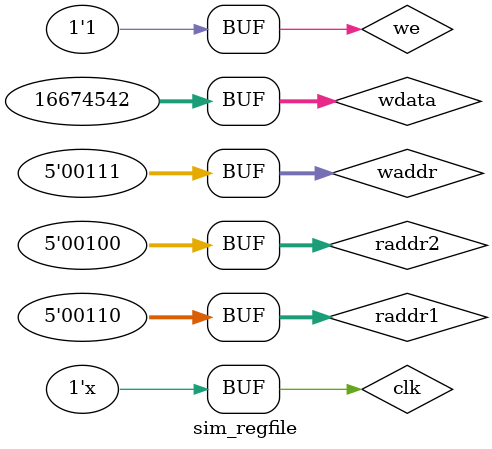
<source format=v>
`timescale 1ns / 1ps


module sim_regfile();
    reg [4:0] raddr1;
    reg [4:0] raddr2;
    reg [4:0] waddr;
    reg [31:0] wdata;
    reg clk;
    reg we;
    // Outputs
    wire [31:0] rdata1;
    wire [31:0] rdata2;
    // Instantiate the unit uder test (UUT)
    regfile uut(.raddr1(raddr1),.raddr2(raddr2),.waddr(waddr),.wdata(wdata),.clk(clk),.we(we),.rdata1(rdata1),.rdata2(rdata2));
    always begin
        #3 clk=~clk;
    end
    initial begin
    // Initialize inputs
        raddr1 = 5'b0;
        raddr2 = 5'b0;
        waddr = 5'b0;
        wdata = 32'h0;
        clk = 0;
        we = 0;
        // Wait 100ns for global reset to finish
        #10
            raddr1 = 5'b00001;
            raddr2 = 5'b00110;
            waddr = 5'b00001;
            wdata = 32'h00FE_8888;
            we = 1;
        #10
            raddr1 = 5'b00001;
            raddr2 = 5'b00110;
            waddr = 5'b00110;
            wdata = 32'h00FE_0EEE;
            we = 0;
        #10 we = 1;
        #5
            raddr2 = 5'b00111;
            raddr1 = 5'b00110;
            waddr = 5'b00010;
            wdata = 32'h00FE_1EEE;
        #10
            raddr2 = 5'b00010;
            raddr1 = 5'b00110;
            waddr = 5'b00011;
            wdata = 32'h00FE_2EEE;
        #10
            raddr2 = 5'b00010;
            raddr1 = 5'b00011;
            waddr = 5'b00100;
            wdata = 32'h00FE_3EEE;           
        #10
            raddr2 = 5'b00100;
            raddr1 = 5'b00011;
            waddr = 5'b00101;
            wdata = 32'h00FE_4EEE;
        #10
            raddr2 = 5'b00100;
            raddr1 = 5'b00101;
            waddr = 5'b00110;
            wdata = 32'h00FE_5EEE;
        #10
            raddr2 = 5'b00100;
            raddr1 = 5'b00110;
            waddr = 5'b00111;
            wdata = 32'h00FE_6EEE;           
   end                                
endmodule

</source>
